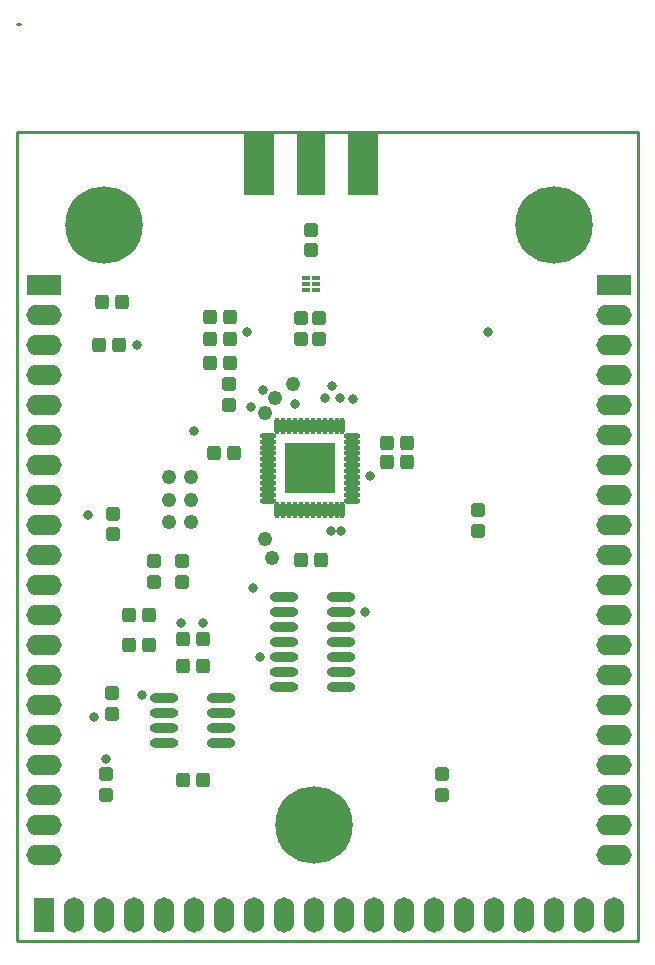
<source format=gts>
G04 Layer_Color=8388736*
%FSLAX25Y25*%
%MOIN*%
G70*
G01*
G75*
%ADD22C,0.01000*%
G04:AMPARAMS|DCode=47|XSize=47.37mil|YSize=43.43mil|CornerRadius=8.43mil|HoleSize=0mil|Usage=FLASHONLY|Rotation=270.000|XOffset=0mil|YOffset=0mil|HoleType=Round|Shape=RoundedRectangle|*
%AMROUNDEDRECTD47*
21,1,0.04737,0.02658,0,0,270.0*
21,1,0.03051,0.04343,0,0,270.0*
1,1,0.01686,-0.01329,-0.01526*
1,1,0.01686,-0.01329,0.01526*
1,1,0.01686,0.01329,0.01526*
1,1,0.01686,0.01329,-0.01526*
%
%ADD47ROUNDEDRECTD47*%
G04:AMPARAMS|DCode=48|XSize=47.37mil|YSize=43.43mil|CornerRadius=8.43mil|HoleSize=0mil|Usage=FLASHONLY|Rotation=0.000|XOffset=0mil|YOffset=0mil|HoleType=Round|Shape=RoundedRectangle|*
%AMROUNDEDRECTD48*
21,1,0.04737,0.02658,0,0,0.0*
21,1,0.03051,0.04343,0,0,0.0*
1,1,0.01686,0.01526,-0.01329*
1,1,0.01686,-0.01526,-0.01329*
1,1,0.01686,-0.01526,0.01329*
1,1,0.01686,0.01526,0.01329*
%
%ADD48ROUNDEDRECTD48*%
%ADD49R,0.16942X0.16942*%
%ADD50O,0.05524X0.01784*%
%ADD51O,0.01784X0.05524*%
%ADD52O,0.09461X0.03162*%
%ADD53R,0.10308X0.20800*%
%ADD54R,0.09816X0.20800*%
%ADD55R,0.02965X0.01784*%
%ADD56C,0.25800*%
%ADD57O,0.11800X0.06800*%
%ADD58R,0.11800X0.06800*%
%ADD59O,0.06800X0.11800*%
%ADD60R,0.06800X0.11800*%
%ADD61C,0.03200*%
%ADD62C,0.04800*%
D22*
X99500Y406000D02*
X100500D01*
X136500Y370000D02*
X306500D01*
Y362500D02*
Y370000D01*
X99500Y100500D02*
Y362500D01*
X306500Y100500D02*
Y362500D01*
X99500Y100500D02*
X306500D01*
X99500Y370000D02*
X136500D01*
X99500Y362500D02*
Y370000D01*
D47*
X161346Y201000D02*
D03*
X154654D02*
D03*
X200847Y227500D02*
D03*
X194153D02*
D03*
X161346Y154000D02*
D03*
X154654D02*
D03*
X222654Y260000D02*
D03*
X229346D02*
D03*
X171846Y263000D02*
D03*
X165154D02*
D03*
X222654Y266500D02*
D03*
X229346D02*
D03*
X134346Y313500D02*
D03*
X127654D02*
D03*
X163654Y308500D02*
D03*
X170346D02*
D03*
X163654Y301000D02*
D03*
X170346D02*
D03*
X163654Y293000D02*
D03*
X170347D02*
D03*
X133346Y299000D02*
D03*
X126654D02*
D03*
X154654Y192000D02*
D03*
X161346D02*
D03*
X143347Y199000D02*
D03*
X136653D02*
D03*
X143347Y209000D02*
D03*
X136653D02*
D03*
D48*
X131500Y242693D02*
D03*
Y236000D02*
D03*
X253000Y237154D02*
D03*
Y243847D02*
D03*
X197500Y337346D02*
D03*
Y330654D02*
D03*
X200000Y307846D02*
D03*
Y301154D02*
D03*
X194000Y307846D02*
D03*
Y301154D02*
D03*
X241000Y149154D02*
D03*
Y155846D02*
D03*
X170000Y279154D02*
D03*
Y285846D02*
D03*
X129000Y155847D02*
D03*
Y149153D02*
D03*
X131000Y176154D02*
D03*
Y182846D02*
D03*
X154500Y220153D02*
D03*
Y226847D02*
D03*
X145000Y226847D02*
D03*
Y220153D02*
D03*
D49*
X197110Y257925D02*
D03*
D50*
X211185Y268752D02*
D03*
Y266783D02*
D03*
Y264815D02*
D03*
Y262846D02*
D03*
Y260878D02*
D03*
Y258910D02*
D03*
Y256941D02*
D03*
Y254972D02*
D03*
Y253004D02*
D03*
Y251035D02*
D03*
Y249067D02*
D03*
Y247098D02*
D03*
X183035D02*
D03*
Y249067D02*
D03*
Y251035D02*
D03*
Y253004D02*
D03*
Y254972D02*
D03*
Y256941D02*
D03*
Y258910D02*
D03*
Y260878D02*
D03*
Y262846D02*
D03*
Y264815D02*
D03*
Y266783D02*
D03*
Y268752D02*
D03*
D51*
X207937Y243850D02*
D03*
X205968D02*
D03*
X204000D02*
D03*
X202031D02*
D03*
X200063D02*
D03*
X198094D02*
D03*
X196126D02*
D03*
X194158D02*
D03*
X192189D02*
D03*
X190220D02*
D03*
X188252D02*
D03*
X186284D02*
D03*
Y272000D02*
D03*
X188252D02*
D03*
X190220D02*
D03*
X192189D02*
D03*
X194158D02*
D03*
X196126D02*
D03*
X198094D02*
D03*
X200063D02*
D03*
X202031D02*
D03*
X204000D02*
D03*
X205968D02*
D03*
X207937D02*
D03*
D52*
X188551Y215000D02*
D03*
Y210000D02*
D03*
Y205000D02*
D03*
Y200000D02*
D03*
Y195000D02*
D03*
Y190000D02*
D03*
Y185000D02*
D03*
X207449Y215000D02*
D03*
Y210000D02*
D03*
Y205000D02*
D03*
Y200000D02*
D03*
Y195000D02*
D03*
Y190000D02*
D03*
Y185000D02*
D03*
X167449Y166500D02*
D03*
Y171500D02*
D03*
Y176500D02*
D03*
Y181500D02*
D03*
X148551Y166500D02*
D03*
Y171500D02*
D03*
Y176500D02*
D03*
Y181500D02*
D03*
D53*
X180246Y359500D02*
D03*
X214754D02*
D03*
D54*
X197500D02*
D03*
D55*
X199000Y321437D02*
D03*
Y319469D02*
D03*
Y317500D02*
D03*
X195654Y321437D02*
D03*
Y319469D02*
D03*
Y317500D02*
D03*
D56*
X278500Y339000D02*
D03*
X128500D02*
D03*
X198500Y139000D02*
D03*
D57*
X298500Y129000D02*
D03*
Y139000D02*
D03*
Y149000D02*
D03*
Y159000D02*
D03*
Y169000D02*
D03*
Y179000D02*
D03*
Y189000D02*
D03*
Y199000D02*
D03*
Y209000D02*
D03*
Y219000D02*
D03*
Y229000D02*
D03*
Y239000D02*
D03*
Y249000D02*
D03*
Y259000D02*
D03*
Y269000D02*
D03*
Y279000D02*
D03*
Y289000D02*
D03*
Y299000D02*
D03*
Y309000D02*
D03*
X108500Y129000D02*
D03*
Y139000D02*
D03*
Y149000D02*
D03*
Y159000D02*
D03*
Y169000D02*
D03*
Y179000D02*
D03*
Y189000D02*
D03*
Y199000D02*
D03*
Y209000D02*
D03*
Y219000D02*
D03*
Y229000D02*
D03*
Y239000D02*
D03*
Y249000D02*
D03*
Y259000D02*
D03*
Y269000D02*
D03*
Y279000D02*
D03*
Y289000D02*
D03*
Y299000D02*
D03*
Y309000D02*
D03*
D58*
X298500Y319000D02*
D03*
X108500D02*
D03*
D59*
X298500Y109000D02*
D03*
X288500D02*
D03*
X278500D02*
D03*
X268500D02*
D03*
X258500D02*
D03*
X248500D02*
D03*
X238500D02*
D03*
X228500D02*
D03*
X218500D02*
D03*
X208500D02*
D03*
X198500D02*
D03*
X188500D02*
D03*
X178500D02*
D03*
X168500D02*
D03*
X158500D02*
D03*
X148500D02*
D03*
X138500D02*
D03*
X128500D02*
D03*
X118500D02*
D03*
D60*
X108500D02*
D03*
D61*
X215500Y210000D02*
D03*
X180500Y195000D02*
D03*
X211500Y281000D02*
D03*
X207000Y281500D02*
D03*
X204500Y285500D02*
D03*
X202000Y281500D02*
D03*
X154000Y206500D02*
D03*
X161500D02*
D03*
X139500Y299000D02*
D03*
X217000Y255500D02*
D03*
X204000Y237000D02*
D03*
X207500D02*
D03*
X177500Y278500D02*
D03*
X192000Y279500D02*
D03*
X123000Y242500D02*
D03*
X181500Y284000D02*
D03*
X158500Y270500D02*
D03*
X141000Y182500D02*
D03*
X125000Y175000D02*
D03*
X178000Y218000D02*
D03*
X256500Y303500D02*
D03*
X176000D02*
D03*
X129000Y161000D02*
D03*
D62*
X157500Y240000D02*
D03*
Y247500D02*
D03*
Y255000D02*
D03*
X150000D02*
D03*
Y247500D02*
D03*
Y240000D02*
D03*
X182000Y234500D02*
D03*
X184500Y228000D02*
D03*
X185500Y281500D02*
D03*
X182000Y276500D02*
D03*
X191500Y286000D02*
D03*
M02*

</source>
